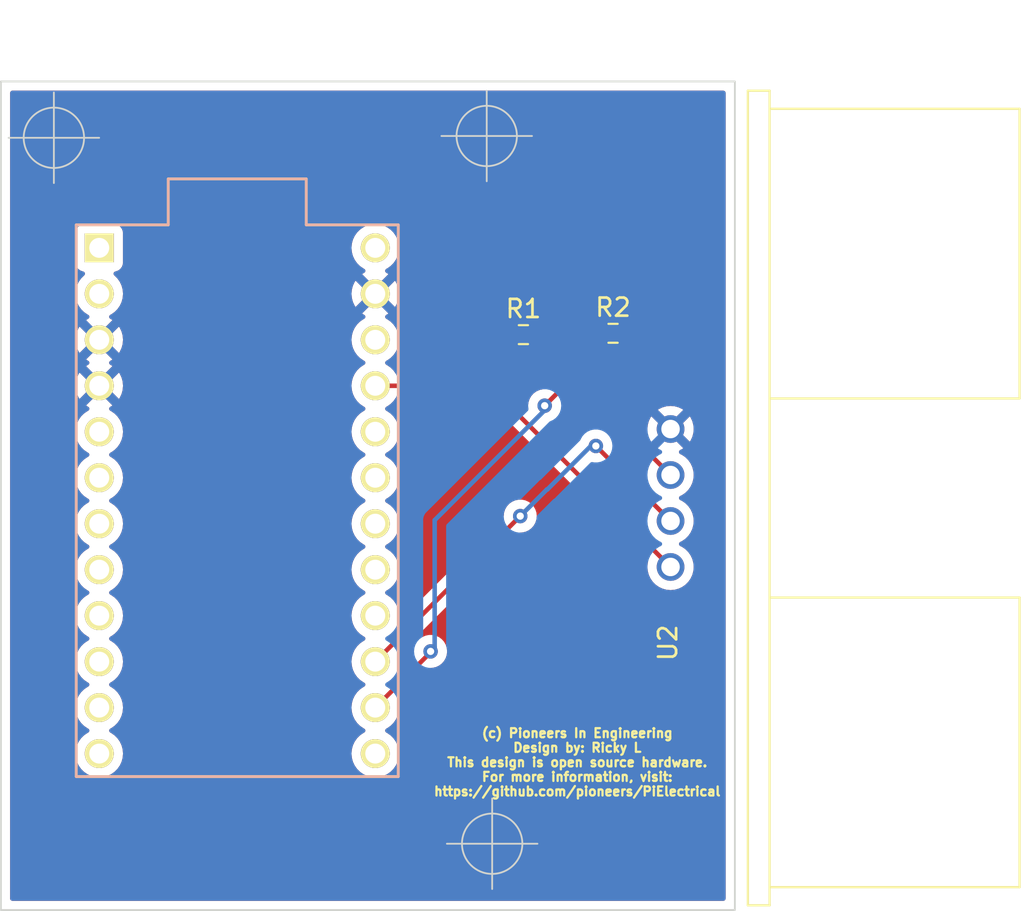
<source format=kicad_pcb>
(kicad_pcb (version 20211014) (generator pcbnew)
  (layers (0 "F.Cu" signal) (31 "B.Cu" signal) (34 "B.Paste" user) (35 "F.Paste" user) (36 "B.SilkS" user "B.Silkscreen") (37 "F.SilkS" user "F.Silkscreen") (38 "B.Mask" user) (39 "F.Mask" user) (44 "Edge.Cuts" user))
  (net 0 "")
  (net 3 "GND")
  (net 13 "Net-(R1-Pad2)")
  (net 14 "Net-(U1-Pad15)")
  (net 20 "Net-(U1-Pad21)")
  (net 23 "Net-(R2-Pad2)")
  (footprint "keyboard_parts:XCVR_HC-SR04" (layer "F.Cu") (at 163.25 90.8 90)
    (fp_text reference "U2" (at -8 -0.15 90) (layer "F.SilkS") (effects (font (size 1.00052 1.00052))))
    (fp_text value "HC-SR04")
    (fp_line (start 22.5 4.27) (end 22.5 5.47) (layer "F.SilkS") (width 0.127))
    (fp_line (start -21.5 19.27) (end -5.5 19.27) (layer "F.SilkS") (width 0.127))
    (fp_line (start 21.5 5.47) (end 21.5 19.27) (layer "F.SilkS") (width 0.127))
    (fp_line (start 5.5 19.27) (end 21.5 19.27) (layer "F.SilkS") (width 0.127))
    (fp_line (start 21.5 5.47) (end 5.5 5.47) (layer "F.SilkS") (width 0.127))
    (fp_line (start 5.5 5.47) (end 5.5 19.27) (layer "F.SilkS") (width 0.127))
    (fp_line (start 22.5 5.47) (end 21.5 5.47) (layer "F.SilkS") (width 0.127))
    (fp_line (start -22.5 5.47) (end -22.5 4.27) (layer "F.SilkS") (width 0.127))
    (fp_line (start 5.5 5.47) (end -5.5 5.47) (layer "F.SilkS") (width 0.127))
    (fp_line (start -21.5 5.47) (end -22.5 5.47) (layer "F.SilkS") (width 0.127))
    (fp_line (start -5.5 5.47) (end -21.5 5.47) (layer "F.SilkS") (width 0.127))
    (fp_line (start -21.5 5.47) (end -21.5 19.27) (layer "F.SilkS") (width 0.127))
    (fp_line (start -5.5 5.47) (end -5.5 19.27) (layer "F.SilkS") (width 0.127))
    (fp_line (start -22.5 4.27) (end 22.5 4.27) (layer "F.SilkS") (width 0.127))
    (pad "1" thru_hole circle (at -3.81 0 90) (size 1.53 1.53) (drill 1.02) (layers *.Cu *.Mask) (net 20 "Net-(U1-Pad21)"))
    (pad "2" thru_hole circle (at -1.27 0 90) (size 1.53 1.53) (drill 1.02) (layers *.Cu *.Mask) (net 14 "Net-(U1-Pad15)"))
    (pad "3" thru_hole circle (at 1.27 0 90) (size 1.53 1.53) (drill 1.02) (layers *.Cu *.Mask) (net 23 "Net-(R2-Pad2)"))
    (pad "4" thru_hole circle (at 3.81 0 90) (size 1.53 1.53) (drill 1.02) (layers *.Cu *.Mask) (net 3 "GND"))
  )
  (footprint "Resistor_SMD:R_0603_1608Metric_Pad0.98x0.95mm_HandSolder" (layer "F.Cu") (at 160.075 81.7)
    (fp_text reference "R2" (at 0 -1.43) (layer "F.SilkS"))
    (fp_text value "1k")
    (fp_line (start -0.254724 0.5225) (end 0.254724 0.5225) (layer "F.SilkS") (width 0.12))
    (fp_line (start -0.254724 -0.5225) (end 0.254724 -0.5225) (layer "F.SilkS") (width 0.12))
    (pad "1" smd roundrect (at -0.9125 0) (size 0.975 0.95) (layers "F.Cu" "F.Paste" "F.Mask") (net 13 "Net-(R1-Pad2)"))
    (pad "2" smd roundrect (at 0.9125 0) (size 0.975 0.95) (layers "F.Cu" "F.Paste" "F.Mask") (net 23 "Net-(R2-Pad2)"))
  )
  (footprint "keyboard_parts:ProMicro" (layer "F.Cu") (at 139.325 90.95 -90)
    (fp_text reference "U1" hide)
    (fp_text value "ProMicro")
    (fp_line (start -15.24 -8.89) (end 15.24 -8.89) (layer "B.SilkS") (width 0.15))
    (fp_line (start 15.24 -8.89) (end 15.24 8.89) (layer "B.SilkS") (width 0.15))
    (fp_line (start -17.78 -3.81) (end -15.24 -3.81) (layer "B.SilkS") (width 0.15))
    (fp_line (start 15.24 8.89) (end -15.24 8.89) (layer "B.SilkS") (width 0.15))
    (fp_line (start -17.78 3.81) (end -17.78 -3.81) (layer "B.SilkS") (width 0.15))
    (fp_line (start -15.24 3.81) (end -17.78 3.81) (layer "B.SilkS") (width 0.15))
    (fp_line (start -15.24 8.89) (end -15.24 3.81) (layer "B.SilkS") (width 0.15))
    (fp_line (start -15.24 -3.81) (end -15.24 -8.89) (layer "B.SilkS") (width 0.15))
    (fp_line (start -17.78 3.81) (end -17.78 -3.81) (layer "F.SilkS") (width 0.15))
    (fp_line (start -15.24 -8.89) (end 15.24 -8.89) (layer "F.SilkS") (width 0.15))
    (fp_line (start -15.24 8.89) (end 15.24 8.89) (layer "F.SilkS") (width 0.15))
    (fp_line (start -15.24 8.89) (end -15.24 3.81) (layer "F.SilkS") (width 0.15))
    (fp_line (start -15.24 -3.81) (end -15.24 -8.89) (layer "F.SilkS") (width 0.15))
    (fp_line (start 15.24 -8.89) (end 15.24 8.89) (layer "F.SilkS") (width 0.15))
    (fp_line (start -15.24 3.81) (end -17.78 3.81) (layer "F.SilkS") (width 0.15))
    (fp_line (start -17.78 -3.81) (end -15.24 -3.81) (layer "F.SilkS") (width 0.15))
    (pad "1" thru_hole rect (at -13.97 7.62 270) (size 1.6 1.6) (drill 1.1) (layers *.Cu *.Mask "F.SilkS"))
    (pad "2" thru_hole circle (at -11.43 7.62 270) (size 1.6 1.6) (drill 1.1) (layers *.Cu *.Mask "F.SilkS"))
    (pad "3" thru_hole circle (at -8.89 7.62 270) (size 1.6 1.6) (drill 1.1) (layers *.Cu *.Mask "F.SilkS") (net 3 "GND"))
    (pad "4" thru_hole circle (at -6.35 7.62 270) (size 1.6 1.6) (drill 1.1) (layers *.Cu *.Mask "F.SilkS") (net 3 "GND"))
    (pad "5" thru_hole circle (at -3.81 7.62 270) (size 1.6 1.6) (drill 1.1) (layers *.Cu *.Mask "F.SilkS"))
    (pad "6" thru_hole circle (at -1.27 7.62 270) (size 1.6 1.6) (drill 1.1) (layers *.Cu *.Mask "F.SilkS"))
    (pad "7" thru_hole circle (at 1.27 7.62 270) (size 1.6 1.6) (drill 1.1) (layers *.Cu *.Mask "F.SilkS"))
    (pad "8" thru_hole circle (at 3.81 7.62 270) (size 1.6 1.6) (drill 1.1) (layers *.Cu *.Mask "F.SilkS"))
    (pad "9" thru_hole circle (at 6.35 7.62 270) (size 1.6 1.6) (drill 1.1) (layers *.Cu *.Mask "F.SilkS"))
    (pad "10" thru_hole circle (at 8.89 7.62 270) (size 1.6 1.6) (drill 1.1) (layers *.Cu *.Mask "F.SilkS"))
    (pad "11" thru_hole circle (at 11.43 7.62 270) (size 1.6 1.6) (drill 1.1) (layers *.Cu *.Mask "F.SilkS"))
    (pad "12" thru_hole circle (at 13.97 7.62 270) (size 1.6 1.6) (drill 1.1) (layers *.Cu *.Mask "F.SilkS"))
    (pad "13" thru_hole circle (at 13.97 -7.62 270) (size 1.6 1.6) (drill 1.1) (layers *.Cu *.Mask "F.SilkS"))
    (pad "14" thru_hole circle (at 11.43 -7.62 270) (size 1.6 1.6) (drill 1.1) (layers *.Cu *.Mask "F.SilkS") (net 13 "Net-(R1-Pad2)"))
    (pad "15" thru_hole circle (at 8.89 -7.62 270) (size 1.6 1.6) (drill 1.1) (layers *.Cu *.Mask "F.SilkS") (net 14 "Net-(U1-Pad15)"))
    (pad "16" thru_hole circle (at 6.35 -7.62 270) (size 1.6 1.6) (drill 1.1) (layers *.Cu *.Mask "F.SilkS"))
    (pad "17" thru_hole circle (at 3.81 -7.62 270) (size 1.6 1.6) (drill 1.1) (layers *.Cu *.Mask "F.SilkS"))
    (pad "18" thru_hole circle (at 1.27 -7.62 270) (size 1.6 1.6) (drill 1.1) (layers *.Cu *.Mask "F.SilkS"))
    (pad "19" thru_hole circle (at -1.27 -7.62 270) (size 1.6 1.6) (drill 1.1) (layers *.Cu *.Mask "F.SilkS"))
    (pad "20" thru_hole circle (at -3.81 -7.62 270) (size 1.6 1.6) (drill 1.1) (layers *.Cu *.Mask "F.SilkS"))
    (pad "21" thru_hole circle (at -6.35 -7.62 270) (size 1.6 1.6) (drill 1.1) (layers *.Cu *.Mask "F.SilkS") (net 20 "Net-(U1-Pad21)"))
    (pad "22" thru_hole circle (at -8.89 -7.62 270) (size 1.6 1.6) (drill 1.1) (layers *.Cu *.Mask "F.SilkS"))
    (pad "23" thru_hole circle (at -11.43 -7.62 270) (size 1.6 1.6) (drill 1.1) (layers *.Cu *.Mask "F.SilkS") (net 3 "GND"))
    (pad "24" thru_hole circle (at -13.97 -7.62 270) (size 1.6 1.6) (drill 1.1) (layers *.Cu *.Mask "F.SilkS"))
  )
  (footprint "Resistor_SMD:R_0603_1608Metric_Pad0.98x0.95mm_HandSolder" (layer "F.Cu") (at 155.125 81.775)
    (fp_text reference "R1" (at 0 -1.43) (layer "F.SilkS"))
    (fp_text value "2k")
    (fp_line (start -0.254724 0.5225) (end 0.254724 0.5225) (layer "F.SilkS") (width 0.12))
    (fp_line (start -0.254724 -0.5225) (end 0.254724 -0.5225) (layer "F.SilkS") (width 0.12))
    (pad "1" smd roundrect (at -0.9125 0) (size 0.975 0.95) (layers "F.Cu" "F.Paste" "F.Mask") (net 3 "GND"))
    (pad "2" smd roundrect (at 0.9125 0) (size 0.975 0.95) (layers "F.Cu" "F.Paste" "F.Mask") (net 13 "Net-(R1-Pad2)"))
  )
  (gr_rect (start 126.275 67.7875) (end 166.8 113.5625) (layer "Edge.Cuts") (width 0.1) (fill none))
  (gr_text "(c) Pioneers In Engineering\nDesign by: Ricky L\nThis design is open source hardware.\nFor more information, visit:\nhttps://github.com/pioneers/PiElectrical" (at 158.1 105.4) (layer "F.SilkS") (effects (font (size 0.5 0.5) (thickness 0.125))))
  (target plus (at 129.2 70.9) (size 5) (width 0.1) (layer "Edge.Cuts"))
  (target plus (at 153.4 109.9) (size 5) (width 0.1) (layer "Edge.Cuts"))
  (target plus (at 153.1 70.8) (size 5) (width 0.1) (layer "Edge.Cuts"))
  (segment (start 159.1625 81.7) (end 156.1125 81.7) (width 0.25) (layer "F.Cu") (net 13))
  (segment (start 156.1125 81.7) (end 156.0375 81.775) (width 0.25) (layer "F.Cu") (net 13))
  (segment (start 156.3 85.7) (end 159.1625 82.8375) (width 0.25) (layer "F.Cu") (net 13))
  (segment (start 150 99.275) (end 150 99.325) (width 0.25) (layer "F.Cu") (net 13))
  (segment (start 159.1625 82.8375) (end 159.1625 81.7) (width 0.25) (layer "F.Cu") (net 13))
  (segment (start 150 99.325) (end 146.945 102.38) (width 0.25) (layer "F.Cu") (net 13))
  (via (at 156.3 85.7) (size 0.8) (drill 0.4) (layers "F.Cu" "B.Cu") (net 13))
  (via (at 150 99.275) (size 0.8) (drill 0.4) (layers "F.Cu" "B.Cu") (net 13))
  (segment (start 150.225 92.025386) (end 150.225 99.05) (width 0.25) (layer "B.Cu") (net 13))
  (segment (start 150.225 99.05) (end 150 99.275) (width 0.25) (layer "B.Cu") (net 13))
  (segment (start 156.3 85.950386) (end 150.225 92.025386) (width 0.25) (layer "B.Cu") (net 13))
  (segment (start 156.3 85.7) (end 156.3 85.950386) (width 0.25) (layer "B.Cu") (net 13))
  (segment (start 152.95 93.835) (end 146.945 99.84) (width 0.25) (layer "F.Cu") (net 14))
  (segment (start 159.815489 88.635489) (end 163.25 92.07) (width 0.25) (layer "F.Cu") (net 14))
  (segment (start 159.125 87.925) (end 159.815489 88.615489) (width 0.25) (layer "F.Cu") (net 14))
  (segment (start 152.95 93.8) (end 152.95 93.835) (width 0.25) (layer "F.Cu") (net 14))
  (segment (start 154.95 91.8) (end 152.95 93.8) (width 0.25) (layer "F.Cu") (net 14))
  (segment (start 159.815489 88.615489) (end 159.815489 88.635489) (width 0.25) (layer "F.Cu") (net 14))
  (via (at 154.95 91.8) (size 0.8) (drill 0.4) (layers "F.Cu" "B.Cu") (net 14))
  (via (at 159.125 87.925) (size 0.8) (drill 0.4) (layers "F.Cu" "B.Cu") (net 14))
  (segment (start 159.125 87.925) (end 158.85 87.925) (width 0.25) (layer "B.Cu") (net 14))
  (segment (start 156.45 90.325) (end 156.425 90.325) (width 0.25) (layer "B.Cu") (net 14))
  (segment (start 156.425 90.325) (end 154.95 91.8) (width 0.25) (layer "B.Cu") (net 14))
  (segment (start 158.85 87.925) (end 156.45 90.325) (width 0.25) (layer "B.Cu") (net 14))
  (segment (start 153.24 84.6) (end 163.25 94.61) (width 0.25) (layer "F.Cu") (net 20))
  (segment (start 146.945 84.6) (end 153.24 84.6) (width 0.25) (layer "F.Cu") (net 20))
  (segment (start 160.9875 87.2675) (end 163.25 89.53) (width 0.25) (layer "F.Cu") (net 23))
  (segment (start 160.9875 81.7) (end 160.9875 87.2675) (width 0.25) (layer "F.Cu") (net 23))
  (zone (net 3) (net_name "GND") (layers F&B.Cu) (connect_pads (clearance 0.508)) (min_thickness 0.254) (fill yes (thermal_gap 0.508) (thermal_bridge_width 0.508))
    (polygon (pts (xy 166.375 113.55) (xy 126.275 113.55) (xy 126.275 67.85) (xy 166.375 67.85)))
  )
)
</source>
